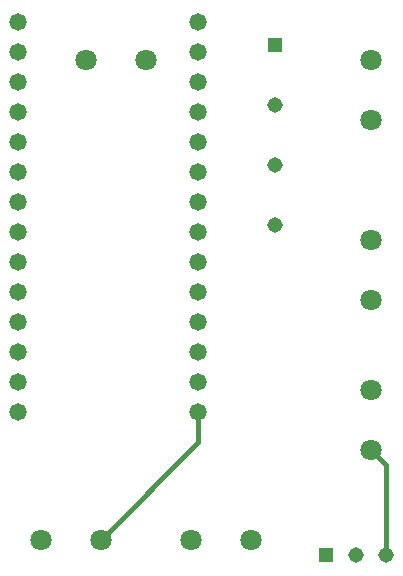
<source format=gbl>
G75*
%MOIN*%
%OFA0B0*%
%FSLAX25Y25*%
%IPPOS*%
%LPD*%
%AMOC8*
5,1,8,0,0,1.08239X$1,22.5*
%
%ADD10C,0.07087*%
%ADD11R,0.05150X0.05150*%
%ADD12C,0.05150*%
%ADD13C,0.05800*%
%ADD14C,0.01600*%
D10*
X0021000Y0021000D03*
X0041000Y0021000D03*
X0071000Y0021000D03*
X0091000Y0021000D03*
X0131000Y0051000D03*
X0131000Y0071000D03*
X0131000Y0101000D03*
X0131000Y0121000D03*
X0131000Y0161000D03*
X0131000Y0181000D03*
X0056000Y0181000D03*
X0036000Y0181000D03*
D11*
X0099000Y0186000D03*
X0116000Y0016000D03*
D12*
X0126000Y0016000D03*
X0136000Y0016000D03*
X0099000Y0126000D03*
X0099000Y0146000D03*
X0099000Y0166000D03*
D13*
X0073500Y0163500D03*
X0073500Y0153500D03*
X0073500Y0143500D03*
X0073500Y0133500D03*
X0073500Y0123500D03*
X0073500Y0113500D03*
X0073500Y0103500D03*
X0073500Y0093500D03*
X0073500Y0083500D03*
X0073500Y0073500D03*
X0073500Y0063500D03*
X0013500Y0063500D03*
X0013500Y0073500D03*
X0013500Y0083500D03*
X0013500Y0093500D03*
X0013500Y0103500D03*
X0013500Y0113500D03*
X0013500Y0123500D03*
X0013500Y0133500D03*
X0013500Y0143500D03*
X0013500Y0153500D03*
X0013500Y0163500D03*
X0013500Y0173500D03*
X0013500Y0183500D03*
X0013500Y0193500D03*
X0073500Y0193500D03*
X0073500Y0183500D03*
X0073500Y0173500D03*
D14*
X0073500Y0063500D02*
X0073500Y0053500D01*
X0041000Y0021000D01*
X0131000Y0051000D02*
X0136000Y0046000D01*
X0136000Y0016000D01*
M02*

</source>
